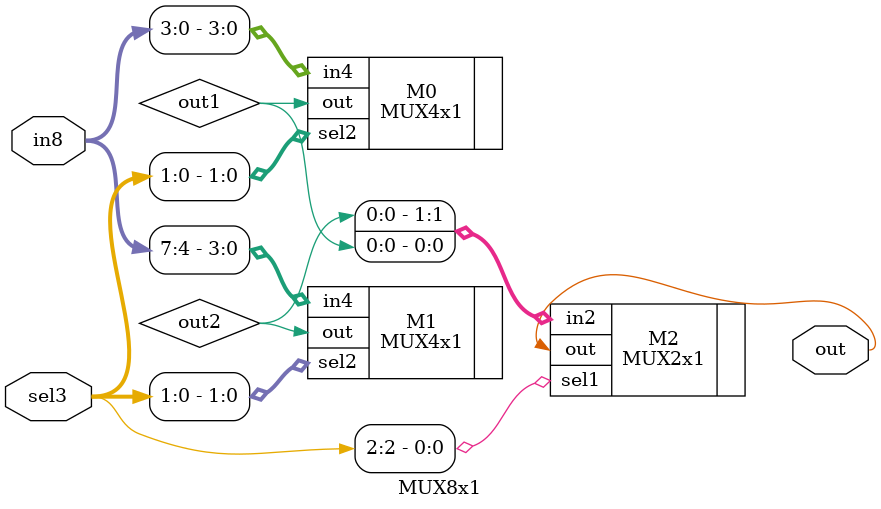
<source format=sv>
`timescale 1ns / 1ps


module MUX8x1(input [2:0] sel3, 
                input [7:0] in8,
                output logic out
    );
    
wire out1, out2;
MUX4x1 M0(.sel2(sel3[1:0]), .in4(in8[3:0]),.out(out1));
MUX4x1 M1(.sel2(sel3[1:0]), .in4(in8[7:4]),.out(out2));

MUX2x1 M2(.sel1(sel3[2]), .in2({out2,out1}),.out(out));
endmodule

//    always @(sel3 or in8) begin
//        case(sel3)
//            3'b000: begin out= in8[0] ; end
//            3'b001: begin out= in8[1] ; end
//            3'b010: begin out= in8[2] ; end
//            3'b011: begin out= in8[3] ; end
//            3'b100: begin out= in8[4] ; end
//            3'b101: begin out= in8[5] ; end
//            3'b110: begin out= in8[6] ; end
//            3'b111: begin out= in8[7] ; end
//        endcase
//    end

</source>
